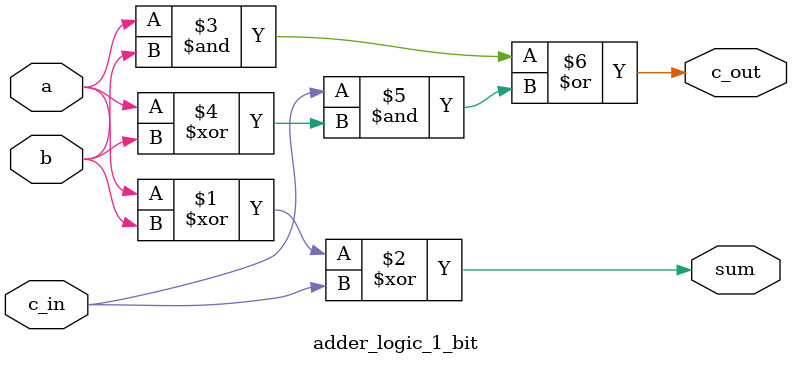
<source format=sv>
module adder_logic_1_bit (
    input  logic a,
    input  logic b,
    input  logic c_in,
    output logic c_out,
    output logic sum
);

  assign sum   = a ^ b ^ c_in;

  assign c_out = (a & b) | (c_in & (a ^ b));
endmodule

</source>
